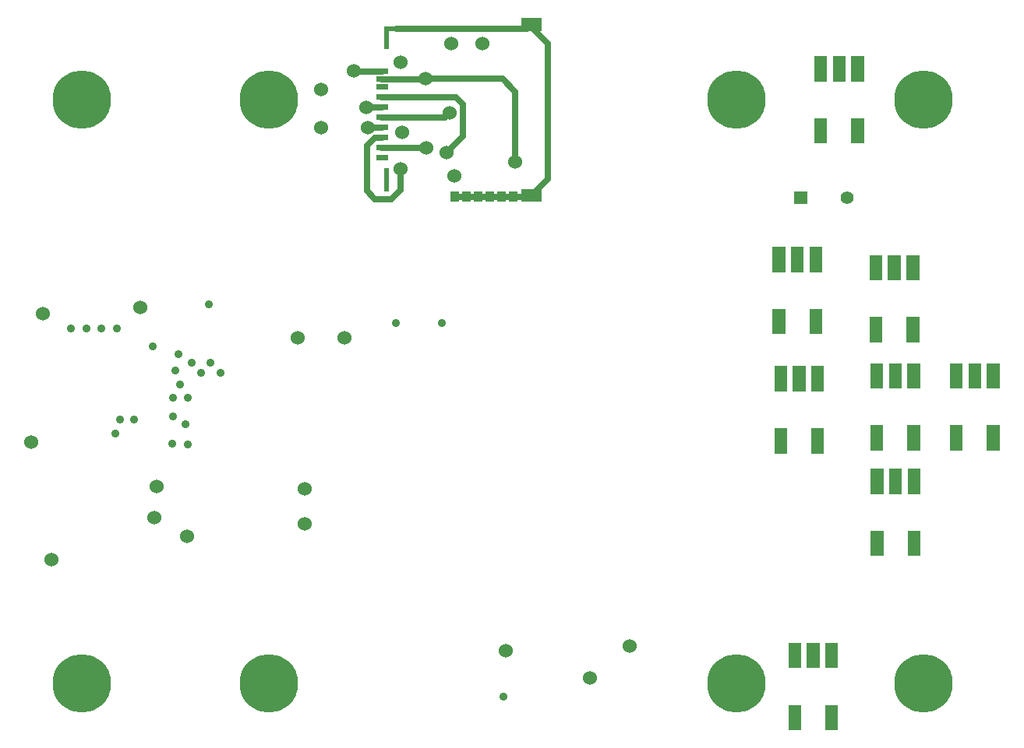
<source format=gbr>
G04 start of page 5 for group 3 idx 3 *
G04 Title: (unknown), 4Sig *
G04 Creator: pcb 20110918 *
G04 CreationDate: Thu Oct 25 16:57:25 2012 UTC *
G04 For: fosse *
G04 Format: Gerber/RS-274X *
G04 PCB-Dimensions: 455000 353500 *
G04 PCB-Coordinate-Origin: lower left *
%MOIN*%
%FSLAX25Y25*%
%LNBOTTOM*%
%ADD67C,0.0300*%
%ADD66C,0.1090*%
%ADD65C,0.0350*%
%ADD64C,0.0200*%
%ADD63C,0.0600*%
%ADD62C,0.0360*%
%ADD61R,0.0177X0.0177*%
%ADD60R,0.0197X0.0197*%
%ADD59R,0.0236X0.0236*%
%ADD58R,0.0236X0.0236*%
%ADD57R,0.0551X0.0551*%
%ADD56R,0.0354X0.0354*%
%ADD55R,0.0551X0.0551*%
%ADD54C,0.0550*%
%ADD53C,0.0001*%
%ADD52C,0.2500*%
%ADD51C,0.0250*%
G54D51*X233000Y300000D02*Y270000D01*
X227500Y305500D02*X233000Y300000D01*
X194500Y305500D02*X227500D01*
X194921Y275921D02*X195000Y276000D01*
X210500Y281000D02*X203500Y274000D01*
X210500Y294500D02*Y281000D01*
X207426Y297574D02*X210500Y294500D01*
X202913Y288913D02*X205000Y291000D01*
X176047Y297574D02*X207426D01*
X182248Y326886D02*X237977D01*
X176047Y288913D02*X202913D01*
X247000Y262680D02*X240160Y255840D01*
X239256Y254936D02*X239847Y255527D01*
X207150Y254936D02*X239256D01*
X247000Y320500D02*Y262680D01*
X239847Y327653D02*X247000Y320500D01*
X239847Y328756D02*Y327653D01*
X237977Y326886D02*X239847Y328756D01*
X194252Y305252D02*X194500Y305500D01*
X176047Y305252D02*X194252D01*
X164402Y308598D02*X164000Y309000D01*
X176047Y308598D02*X164402D01*
X176047Y293244D02*X169256D01*
X184000Y258000D02*Y267000D01*
X180000Y254000D02*X184000Y258000D01*
X207086Y255000D02*X207150Y254936D01*
X173000Y254000D02*X180000D01*
X169500Y257500D02*X173000Y254000D01*
X169500Y277000D02*Y257500D01*
X172752Y280252D02*X169500Y277000D01*
X176047Y280252D02*X172752D01*
X176047Y275921D02*X194921D01*
X170082Y284582D02*X170000Y284500D01*
X176047Y284582D02*X170082D01*
G54D52*X407500Y296500D03*
G54D53*G36*
X352250Y257250D02*Y251750D01*
X357750D01*
Y257250D01*
X352250D01*
G37*
G54D54*X375000Y254500D03*
G54D52*X47500Y296500D03*
X127500D03*
X327500D03*
X47500Y46500D03*
X407500D03*
X127500D03*
X327500D03*
G54D55*X379374Y312445D02*Y307130D01*
X371500Y312445D02*Y307130D01*
X363626Y312445D02*Y307130D01*
X379374Y285870D02*Y280555D01*
X363626Y285870D02*Y280555D01*
X395126Y227233D02*Y221918D01*
X361500Y230733D02*Y225418D01*
X353626Y230733D02*Y225418D01*
X345752Y230733D02*Y225418D01*
X361500Y204158D02*Y198843D01*
X345752Y204158D02*Y198843D01*
X403500Y135733D02*Y130418D01*
Y109158D02*Y103843D01*
X403374Y180945D02*Y175630D01*
Y154370D02*Y149055D01*
X395626Y135733D02*Y130418D01*
X437374Y154370D02*Y149055D01*
X421626Y154370D02*Y149055D01*
X387752Y135733D02*Y130418D01*
Y109158D02*Y103843D01*
X387252Y227233D02*Y221918D01*
Y200658D02*Y195343D01*
X387626Y180945D02*Y175630D01*
Y154370D02*Y149055D01*
X362248Y179657D02*Y174342D01*
X354374Y179657D02*Y174342D01*
X346500Y179657D02*Y174342D01*
X362248Y153082D02*Y147767D01*
X346500Y153082D02*Y147767D01*
X437374Y180945D02*Y175630D01*
X429500Y180945D02*Y175630D01*
X421626Y180945D02*Y175630D01*
X395500Y180945D02*Y175630D01*
X403000Y227233D02*Y221918D01*
Y200658D02*Y195343D01*
X368248Y34582D02*Y29267D01*
X352500Y34582D02*Y29267D01*
X368248Y61157D02*Y55842D01*
X360374Y61157D02*Y55842D01*
X352500Y61157D02*Y55842D01*
G54D56*X207150Y255310D02*Y254563D01*
X212150Y255310D02*Y254563D01*
X217150Y255310D02*Y254563D01*
X222150Y255310D02*Y254563D01*
X227150Y255310D02*Y254563D01*
X232150Y255310D02*Y254563D01*
G54D55*X238272Y255527D02*X241422D01*
G54D57*X238272Y328756D02*X241422D01*
G54D58*X174669Y308598D02*X177425D01*
G54D59*X174670Y305252D02*X177424D01*
G54D58*X174669Y301905D02*X177425D01*
X174669Y297574D02*X177425D01*
X174669Y293244D02*X177425D01*
X174669Y288913D02*X177425D01*
X174669Y284582D02*X177425D01*
G54D59*X174670Y280252D02*X177424D01*
G54D58*X174669Y275921D02*X177425D01*
X174669Y271590D02*X177425D01*
G54D60*X178015Y266158D02*Y258284D01*
Y326788D02*Y319110D01*
G54D61*X177917Y326886D02*X186579D01*
G54D62*X88847Y187653D03*
X87500Y180500D03*
X78000Y191000D03*
X94500Y184000D03*
X98500Y179500D03*
X89500Y174500D03*
X49500Y198500D03*
X56000D03*
X62500D03*
X43000D03*
G54D63*X31000Y205000D03*
X26000Y150000D03*
X72500Y207500D03*
G54D62*X102000Y209000D03*
X86406Y168906D03*
X86279Y149221D03*
X93000Y149000D03*
X86500Y161000D03*
X92000Y157500D03*
G54D63*X92500Y109500D03*
G54D62*X70000Y159500D03*
G54D63*X79500Y131000D03*
X78500Y117500D03*
G54D62*X64000Y159500D03*
X62000Y153500D03*
G54D63*X34500Y99500D03*
X143000Y130000D03*
Y115000D03*
G54D62*X93000Y169000D03*
G54D63*X140000Y194500D03*
X160000D03*
G54D62*X102500Y184000D03*
X107000Y179500D03*
X182000Y201000D03*
G54D63*X229000Y60500D03*
X282000Y62500D03*
X265000Y49000D03*
G54D62*X228000Y41000D03*
X201500Y201000D03*
G54D63*X233000Y270000D03*
X205500Y320500D03*
X219000D03*
X194500Y305500D03*
X184000Y312500D03*
X150000Y301000D03*
X164000Y309000D03*
X169256Y293244D03*
X150000Y284500D03*
X170000D03*
X184000Y267000D03*
X184500Y282500D03*
X195000Y276000D03*
X207000Y264000D03*
X205000Y291000D03*
X203500Y274000D03*
G54D64*G54D65*G54D64*G54D65*G54D64*G54D65*G54D64*G54D65*G54D64*G54D65*G54D64*G54D65*G54D64*G54D65*G54D66*G54D67*G54D66*M02*

</source>
